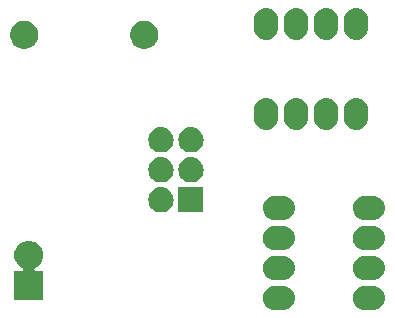
<source format=gbr>
G04 #@! TF.GenerationSoftware,KiCad,Pcbnew,(5.0.1)-4*
G04 #@! TF.CreationDate,2018-11-29T17:47:57-05:00*
G04 #@! TF.ProjectId,MagSpoofTC,4D616753706F6F6654432E6B69636164,1.0*
G04 #@! TF.SameCoordinates,Original*
G04 #@! TF.FileFunction,Soldermask,Bot*
G04 #@! TF.FilePolarity,Negative*
%FSLAX46Y46*%
G04 Gerber Fmt 4.6, Leading zero omitted, Abs format (unit mm)*
G04 Created by KiCad (PCBNEW (5.0.1)-4) date 11/29/2018 5:47:57 PM*
%MOMM*%
%LPD*%
G01*
G04 APERTURE LIST*
%ADD10C,0.100000*%
G04 APERTURE END LIST*
D10*
G36*
X135946030Y-104104469D02*
X135946033Y-104104470D01*
X135946034Y-104104470D01*
X136134535Y-104161651D01*
X136134537Y-104161652D01*
X136308260Y-104254509D01*
X136460528Y-104379472D01*
X136585491Y-104531740D01*
X136678348Y-104705463D01*
X136735531Y-104893970D01*
X136754838Y-105090000D01*
X136735531Y-105286030D01*
X136678348Y-105474537D01*
X136585491Y-105648260D01*
X136460528Y-105800528D01*
X136308260Y-105925491D01*
X136308258Y-105925492D01*
X136134535Y-106018349D01*
X135946034Y-106075530D01*
X135946033Y-106075530D01*
X135946030Y-106075531D01*
X135799124Y-106090000D01*
X135000876Y-106090000D01*
X134853970Y-106075531D01*
X134853967Y-106075530D01*
X134853966Y-106075530D01*
X134665465Y-106018349D01*
X134491742Y-105925492D01*
X134491740Y-105925491D01*
X134339472Y-105800528D01*
X134214509Y-105648260D01*
X134121652Y-105474537D01*
X134064469Y-105286030D01*
X134045162Y-105090000D01*
X134064469Y-104893970D01*
X134121652Y-104705463D01*
X134214509Y-104531740D01*
X134339472Y-104379472D01*
X134491740Y-104254509D01*
X134665463Y-104161652D01*
X134665465Y-104161651D01*
X134853966Y-104104470D01*
X134853967Y-104104470D01*
X134853970Y-104104469D01*
X135000876Y-104090000D01*
X135799124Y-104090000D01*
X135946030Y-104104469D01*
X135946030Y-104104469D01*
G37*
G36*
X128326030Y-104104469D02*
X128326033Y-104104470D01*
X128326034Y-104104470D01*
X128514535Y-104161651D01*
X128514537Y-104161652D01*
X128688260Y-104254509D01*
X128840528Y-104379472D01*
X128965491Y-104531740D01*
X129058348Y-104705463D01*
X129115531Y-104893970D01*
X129134838Y-105090000D01*
X129115531Y-105286030D01*
X129058348Y-105474537D01*
X128965491Y-105648260D01*
X128840528Y-105800528D01*
X128688260Y-105925491D01*
X128688258Y-105925492D01*
X128514535Y-106018349D01*
X128326034Y-106075530D01*
X128326033Y-106075530D01*
X128326030Y-106075531D01*
X128179124Y-106090000D01*
X127380876Y-106090000D01*
X127233970Y-106075531D01*
X127233967Y-106075530D01*
X127233966Y-106075530D01*
X127045465Y-106018349D01*
X126871742Y-105925492D01*
X126871740Y-105925491D01*
X126719472Y-105800528D01*
X126594509Y-105648260D01*
X126501652Y-105474537D01*
X126444469Y-105286030D01*
X126425162Y-105090000D01*
X126444469Y-104893970D01*
X126501652Y-104705463D01*
X126594509Y-104531740D01*
X126719472Y-104379472D01*
X126871740Y-104254509D01*
X127045463Y-104161652D01*
X127045465Y-104161651D01*
X127233966Y-104104470D01*
X127233967Y-104104470D01*
X127233970Y-104104469D01*
X127380876Y-104090000D01*
X128179124Y-104090000D01*
X128326030Y-104104469D01*
X128326030Y-104104469D01*
G37*
G36*
X106719281Y-100249865D02*
X106838378Y-100261595D01*
X106991189Y-100307950D01*
X107067595Y-100331127D01*
X107124052Y-100361304D01*
X107278842Y-100444041D01*
X107464002Y-100595998D01*
X107615959Y-100781158D01*
X107698696Y-100935948D01*
X107728873Y-100992405D01*
X107728873Y-100992406D01*
X107798405Y-101221622D01*
X107821883Y-101460000D01*
X107798405Y-101698378D01*
X107755605Y-101839472D01*
X107728873Y-101927595D01*
X107698696Y-101984052D01*
X107615959Y-102138842D01*
X107464002Y-102324002D01*
X107278842Y-102475959D01*
X107142640Y-102548760D01*
X107122266Y-102562374D01*
X107104939Y-102579701D01*
X107091325Y-102600076D01*
X107081947Y-102622715D01*
X107077167Y-102646748D01*
X107077167Y-102671252D01*
X107081948Y-102695286D01*
X107091325Y-102717925D01*
X107104939Y-102738299D01*
X107122266Y-102755626D01*
X107142641Y-102769240D01*
X107165280Y-102778618D01*
X107201565Y-102784000D01*
X107816000Y-102784000D01*
X107816000Y-105216000D01*
X105384000Y-105216000D01*
X105384000Y-102784000D01*
X105998435Y-102784000D01*
X106022821Y-102781598D01*
X106046270Y-102774485D01*
X106067881Y-102762934D01*
X106086823Y-102747388D01*
X106102369Y-102728446D01*
X106113920Y-102706835D01*
X106121033Y-102683386D01*
X106123435Y-102659000D01*
X106121033Y-102634614D01*
X106113920Y-102611165D01*
X106102369Y-102589554D01*
X106086823Y-102570612D01*
X106057360Y-102548760D01*
X105921158Y-102475959D01*
X105735998Y-102324002D01*
X105584041Y-102138842D01*
X105501304Y-101984052D01*
X105471127Y-101927595D01*
X105444395Y-101839472D01*
X105401595Y-101698378D01*
X105378117Y-101460000D01*
X105401595Y-101221622D01*
X105471127Y-100992406D01*
X105471127Y-100992405D01*
X105501304Y-100935948D01*
X105584041Y-100781158D01*
X105735998Y-100595998D01*
X105921158Y-100444041D01*
X106075948Y-100361304D01*
X106132405Y-100331127D01*
X106208811Y-100307950D01*
X106361622Y-100261595D01*
X106480719Y-100249865D01*
X106540267Y-100244000D01*
X106659733Y-100244000D01*
X106719281Y-100249865D01*
X106719281Y-100249865D01*
G37*
G36*
X128326030Y-101564469D02*
X128326033Y-101564470D01*
X128326034Y-101564470D01*
X128514535Y-101621651D01*
X128514537Y-101621652D01*
X128688260Y-101714509D01*
X128840528Y-101839472D01*
X128965491Y-101991740D01*
X128965492Y-101991742D01*
X129058349Y-102165465D01*
X129115530Y-102353966D01*
X129115531Y-102353970D01*
X129134838Y-102550000D01*
X129115531Y-102746030D01*
X129115530Y-102746033D01*
X129115530Y-102746034D01*
X129106900Y-102774485D01*
X129058348Y-102934537D01*
X128965491Y-103108260D01*
X128840528Y-103260528D01*
X128688260Y-103385491D01*
X128688258Y-103385492D01*
X128514535Y-103478349D01*
X128326034Y-103535530D01*
X128326033Y-103535530D01*
X128326030Y-103535531D01*
X128179124Y-103550000D01*
X127380876Y-103550000D01*
X127233970Y-103535531D01*
X127233967Y-103535530D01*
X127233966Y-103535530D01*
X127045465Y-103478349D01*
X126871742Y-103385492D01*
X126871740Y-103385491D01*
X126719472Y-103260528D01*
X126594509Y-103108260D01*
X126501652Y-102934537D01*
X126453101Y-102774485D01*
X126444470Y-102746034D01*
X126444470Y-102746033D01*
X126444469Y-102746030D01*
X126425162Y-102550000D01*
X126444469Y-102353970D01*
X126444470Y-102353966D01*
X126501651Y-102165465D01*
X126594508Y-101991742D01*
X126594509Y-101991740D01*
X126719472Y-101839472D01*
X126871740Y-101714509D01*
X127045463Y-101621652D01*
X127045465Y-101621651D01*
X127233966Y-101564470D01*
X127233967Y-101564470D01*
X127233970Y-101564469D01*
X127380876Y-101550000D01*
X128179124Y-101550000D01*
X128326030Y-101564469D01*
X128326030Y-101564469D01*
G37*
G36*
X135946030Y-101564469D02*
X135946033Y-101564470D01*
X135946034Y-101564470D01*
X136134535Y-101621651D01*
X136134537Y-101621652D01*
X136308260Y-101714509D01*
X136460528Y-101839472D01*
X136585491Y-101991740D01*
X136585492Y-101991742D01*
X136678349Y-102165465D01*
X136735530Y-102353966D01*
X136735531Y-102353970D01*
X136754838Y-102550000D01*
X136735531Y-102746030D01*
X136735530Y-102746033D01*
X136735530Y-102746034D01*
X136726900Y-102774485D01*
X136678348Y-102934537D01*
X136585491Y-103108260D01*
X136460528Y-103260528D01*
X136308260Y-103385491D01*
X136308258Y-103385492D01*
X136134535Y-103478349D01*
X135946034Y-103535530D01*
X135946033Y-103535530D01*
X135946030Y-103535531D01*
X135799124Y-103550000D01*
X135000876Y-103550000D01*
X134853970Y-103535531D01*
X134853967Y-103535530D01*
X134853966Y-103535530D01*
X134665465Y-103478349D01*
X134491742Y-103385492D01*
X134491740Y-103385491D01*
X134339472Y-103260528D01*
X134214509Y-103108260D01*
X134121652Y-102934537D01*
X134073101Y-102774485D01*
X134064470Y-102746034D01*
X134064470Y-102746033D01*
X134064469Y-102746030D01*
X134045162Y-102550000D01*
X134064469Y-102353970D01*
X134064470Y-102353966D01*
X134121651Y-102165465D01*
X134214508Y-101991742D01*
X134214509Y-101991740D01*
X134339472Y-101839472D01*
X134491740Y-101714509D01*
X134665463Y-101621652D01*
X134665465Y-101621651D01*
X134853966Y-101564470D01*
X134853967Y-101564470D01*
X134853970Y-101564469D01*
X135000876Y-101550000D01*
X135799124Y-101550000D01*
X135946030Y-101564469D01*
X135946030Y-101564469D01*
G37*
G36*
X128326030Y-99024469D02*
X128326033Y-99024470D01*
X128326034Y-99024470D01*
X128514535Y-99081651D01*
X128514537Y-99081652D01*
X128688260Y-99174509D01*
X128840528Y-99299472D01*
X128965491Y-99451740D01*
X129058348Y-99625463D01*
X129115531Y-99813970D01*
X129134838Y-100010000D01*
X129115531Y-100206030D01*
X129115530Y-100206033D01*
X129115530Y-100206034D01*
X129077584Y-100331127D01*
X129058348Y-100394537D01*
X128965491Y-100568260D01*
X128840528Y-100720528D01*
X128688260Y-100845491D01*
X128688258Y-100845492D01*
X128514535Y-100938349D01*
X128326034Y-100995530D01*
X128326033Y-100995530D01*
X128326030Y-100995531D01*
X128179124Y-101010000D01*
X127380876Y-101010000D01*
X127233970Y-100995531D01*
X127233967Y-100995530D01*
X127233966Y-100995530D01*
X127045465Y-100938349D01*
X126871742Y-100845492D01*
X126871740Y-100845491D01*
X126719472Y-100720528D01*
X126594509Y-100568260D01*
X126501652Y-100394537D01*
X126482417Y-100331127D01*
X126444470Y-100206034D01*
X126444470Y-100206033D01*
X126444469Y-100206030D01*
X126425162Y-100010000D01*
X126444469Y-99813970D01*
X126501652Y-99625463D01*
X126594509Y-99451740D01*
X126719472Y-99299472D01*
X126871740Y-99174509D01*
X127045463Y-99081652D01*
X127045465Y-99081651D01*
X127233966Y-99024470D01*
X127233967Y-99024470D01*
X127233970Y-99024469D01*
X127380876Y-99010000D01*
X128179124Y-99010000D01*
X128326030Y-99024469D01*
X128326030Y-99024469D01*
G37*
G36*
X135946030Y-99024469D02*
X135946033Y-99024470D01*
X135946034Y-99024470D01*
X136134535Y-99081651D01*
X136134537Y-99081652D01*
X136308260Y-99174509D01*
X136460528Y-99299472D01*
X136585491Y-99451740D01*
X136678348Y-99625463D01*
X136735531Y-99813970D01*
X136754838Y-100010000D01*
X136735531Y-100206030D01*
X136735530Y-100206033D01*
X136735530Y-100206034D01*
X136697584Y-100331127D01*
X136678348Y-100394537D01*
X136585491Y-100568260D01*
X136460528Y-100720528D01*
X136308260Y-100845491D01*
X136308258Y-100845492D01*
X136134535Y-100938349D01*
X135946034Y-100995530D01*
X135946033Y-100995530D01*
X135946030Y-100995531D01*
X135799124Y-101010000D01*
X135000876Y-101010000D01*
X134853970Y-100995531D01*
X134853967Y-100995530D01*
X134853966Y-100995530D01*
X134665465Y-100938349D01*
X134491742Y-100845492D01*
X134491740Y-100845491D01*
X134339472Y-100720528D01*
X134214509Y-100568260D01*
X134121652Y-100394537D01*
X134102417Y-100331127D01*
X134064470Y-100206034D01*
X134064470Y-100206033D01*
X134064469Y-100206030D01*
X134045162Y-100010000D01*
X134064469Y-99813970D01*
X134121652Y-99625463D01*
X134214509Y-99451740D01*
X134339472Y-99299472D01*
X134491740Y-99174509D01*
X134665463Y-99081652D01*
X134665465Y-99081651D01*
X134853966Y-99024470D01*
X134853967Y-99024470D01*
X134853970Y-99024469D01*
X135000876Y-99010000D01*
X135799124Y-99010000D01*
X135946030Y-99024469D01*
X135946030Y-99024469D01*
G37*
G36*
X128326030Y-96484469D02*
X128326033Y-96484470D01*
X128326034Y-96484470D01*
X128514535Y-96541651D01*
X128514537Y-96541652D01*
X128688260Y-96634509D01*
X128840528Y-96759472D01*
X128965491Y-96911740D01*
X129058348Y-97085463D01*
X129115531Y-97273970D01*
X129134838Y-97470000D01*
X129115531Y-97666030D01*
X129115530Y-97666033D01*
X129115530Y-97666034D01*
X129066335Y-97828210D01*
X129058348Y-97854537D01*
X128965491Y-98028260D01*
X128840528Y-98180528D01*
X128688260Y-98305491D01*
X128688258Y-98305492D01*
X128514535Y-98398349D01*
X128326034Y-98455530D01*
X128326033Y-98455530D01*
X128326030Y-98455531D01*
X128179124Y-98470000D01*
X127380876Y-98470000D01*
X127233970Y-98455531D01*
X127233967Y-98455530D01*
X127233966Y-98455530D01*
X127045465Y-98398349D01*
X126871742Y-98305492D01*
X126871740Y-98305491D01*
X126719472Y-98180528D01*
X126594509Y-98028260D01*
X126501652Y-97854537D01*
X126493666Y-97828210D01*
X126444470Y-97666034D01*
X126444470Y-97666033D01*
X126444469Y-97666030D01*
X126425162Y-97470000D01*
X126444469Y-97273970D01*
X126501652Y-97085463D01*
X126594509Y-96911740D01*
X126719472Y-96759472D01*
X126871740Y-96634509D01*
X127045463Y-96541652D01*
X127045465Y-96541651D01*
X127233966Y-96484470D01*
X127233967Y-96484470D01*
X127233970Y-96484469D01*
X127380876Y-96470000D01*
X128179124Y-96470000D01*
X128326030Y-96484469D01*
X128326030Y-96484469D01*
G37*
G36*
X135946030Y-96484469D02*
X135946033Y-96484470D01*
X135946034Y-96484470D01*
X136134535Y-96541651D01*
X136134537Y-96541652D01*
X136308260Y-96634509D01*
X136460528Y-96759472D01*
X136585491Y-96911740D01*
X136678348Y-97085463D01*
X136735531Y-97273970D01*
X136754838Y-97470000D01*
X136735531Y-97666030D01*
X136735530Y-97666033D01*
X136735530Y-97666034D01*
X136686335Y-97828210D01*
X136678348Y-97854537D01*
X136585491Y-98028260D01*
X136460528Y-98180528D01*
X136308260Y-98305491D01*
X136308258Y-98305492D01*
X136134535Y-98398349D01*
X135946034Y-98455530D01*
X135946033Y-98455530D01*
X135946030Y-98455531D01*
X135799124Y-98470000D01*
X135000876Y-98470000D01*
X134853970Y-98455531D01*
X134853967Y-98455530D01*
X134853966Y-98455530D01*
X134665465Y-98398349D01*
X134491742Y-98305492D01*
X134491740Y-98305491D01*
X134339472Y-98180528D01*
X134214509Y-98028260D01*
X134121652Y-97854537D01*
X134113666Y-97828210D01*
X134064470Y-97666034D01*
X134064470Y-97666033D01*
X134064469Y-97666030D01*
X134045162Y-97470000D01*
X134064469Y-97273970D01*
X134121652Y-97085463D01*
X134214509Y-96911740D01*
X134339472Y-96759472D01*
X134491740Y-96634509D01*
X134665463Y-96541652D01*
X134665465Y-96541651D01*
X134853966Y-96484470D01*
X134853967Y-96484470D01*
X134853970Y-96484469D01*
X135000876Y-96470000D01*
X135799124Y-96470000D01*
X135946030Y-96484469D01*
X135946030Y-96484469D01*
G37*
G36*
X118008503Y-95731789D02*
X118208991Y-95792607D01*
X118393764Y-95891369D01*
X118555718Y-96024282D01*
X118688631Y-96186236D01*
X118787393Y-96371009D01*
X118848211Y-96571497D01*
X118868746Y-96780000D01*
X118848211Y-96988503D01*
X118787393Y-97188991D01*
X118688631Y-97373764D01*
X118555718Y-97535718D01*
X118393764Y-97668631D01*
X118208991Y-97767393D01*
X118008503Y-97828211D01*
X117852251Y-97843600D01*
X117747749Y-97843600D01*
X117591497Y-97828211D01*
X117391009Y-97767393D01*
X117206236Y-97668631D01*
X117044282Y-97535718D01*
X116911369Y-97373764D01*
X116812607Y-97188991D01*
X116751789Y-96988503D01*
X116731254Y-96780000D01*
X116751789Y-96571497D01*
X116812607Y-96371009D01*
X116911369Y-96186236D01*
X117044282Y-96024282D01*
X117206236Y-95891369D01*
X117391009Y-95792607D01*
X117591497Y-95731789D01*
X117747749Y-95716400D01*
X117852251Y-95716400D01*
X118008503Y-95731789D01*
X118008503Y-95731789D01*
G37*
G36*
X121403600Y-97843600D02*
X119276400Y-97843600D01*
X119276400Y-95716400D01*
X121403600Y-95716400D01*
X121403600Y-97843600D01*
X121403600Y-97843600D01*
G37*
G36*
X118008503Y-93191789D02*
X118208991Y-93252607D01*
X118393764Y-93351369D01*
X118555718Y-93484282D01*
X118688631Y-93646236D01*
X118787393Y-93831009D01*
X118848211Y-94031497D01*
X118868746Y-94240000D01*
X118848211Y-94448503D01*
X118787393Y-94648991D01*
X118688631Y-94833764D01*
X118555718Y-94995718D01*
X118393764Y-95128631D01*
X118208991Y-95227393D01*
X118008503Y-95288211D01*
X117852251Y-95303600D01*
X117747749Y-95303600D01*
X117591497Y-95288211D01*
X117391009Y-95227393D01*
X117206236Y-95128631D01*
X117044282Y-94995718D01*
X116911369Y-94833764D01*
X116812607Y-94648991D01*
X116751789Y-94448503D01*
X116731254Y-94240000D01*
X116751789Y-94031497D01*
X116812607Y-93831009D01*
X116911369Y-93646236D01*
X117044282Y-93484282D01*
X117206236Y-93351369D01*
X117391009Y-93252607D01*
X117591497Y-93191789D01*
X117747749Y-93176400D01*
X117852251Y-93176400D01*
X118008503Y-93191789D01*
X118008503Y-93191789D01*
G37*
G36*
X120548503Y-93191789D02*
X120748991Y-93252607D01*
X120933764Y-93351369D01*
X121095718Y-93484282D01*
X121228631Y-93646236D01*
X121327393Y-93831009D01*
X121388211Y-94031497D01*
X121408746Y-94240000D01*
X121388211Y-94448503D01*
X121327393Y-94648991D01*
X121228631Y-94833764D01*
X121095718Y-94995718D01*
X120933764Y-95128631D01*
X120748991Y-95227393D01*
X120548503Y-95288211D01*
X120392251Y-95303600D01*
X120287749Y-95303600D01*
X120131497Y-95288211D01*
X119931009Y-95227393D01*
X119746236Y-95128631D01*
X119584282Y-94995718D01*
X119451369Y-94833764D01*
X119352607Y-94648991D01*
X119291789Y-94448503D01*
X119271254Y-94240000D01*
X119291789Y-94031497D01*
X119352607Y-93831009D01*
X119451369Y-93646236D01*
X119584282Y-93484282D01*
X119746236Y-93351369D01*
X119931009Y-93252607D01*
X120131497Y-93191789D01*
X120287749Y-93176400D01*
X120392251Y-93176400D01*
X120548503Y-93191789D01*
X120548503Y-93191789D01*
G37*
G36*
X120548503Y-90651789D02*
X120748991Y-90712607D01*
X120933764Y-90811369D01*
X121095718Y-90944282D01*
X121228631Y-91106236D01*
X121327393Y-91291009D01*
X121388211Y-91491497D01*
X121408746Y-91700000D01*
X121388211Y-91908503D01*
X121327393Y-92108991D01*
X121228631Y-92293764D01*
X121095718Y-92455718D01*
X120933764Y-92588631D01*
X120748991Y-92687393D01*
X120548503Y-92748211D01*
X120392251Y-92763600D01*
X120287749Y-92763600D01*
X120131497Y-92748211D01*
X119931009Y-92687393D01*
X119746236Y-92588631D01*
X119584282Y-92455718D01*
X119451369Y-92293764D01*
X119352607Y-92108991D01*
X119291789Y-91908503D01*
X119271254Y-91700000D01*
X119291789Y-91491497D01*
X119352607Y-91291009D01*
X119451369Y-91106236D01*
X119584282Y-90944282D01*
X119746236Y-90811369D01*
X119931009Y-90712607D01*
X120131497Y-90651789D01*
X120287749Y-90636400D01*
X120392251Y-90636400D01*
X120548503Y-90651789D01*
X120548503Y-90651789D01*
G37*
G36*
X118008503Y-90651789D02*
X118208991Y-90712607D01*
X118393764Y-90811369D01*
X118555718Y-90944282D01*
X118688631Y-91106236D01*
X118787393Y-91291009D01*
X118848211Y-91491497D01*
X118868746Y-91700000D01*
X118848211Y-91908503D01*
X118787393Y-92108991D01*
X118688631Y-92293764D01*
X118555718Y-92455718D01*
X118393764Y-92588631D01*
X118208991Y-92687393D01*
X118008503Y-92748211D01*
X117852251Y-92763600D01*
X117747749Y-92763600D01*
X117591497Y-92748211D01*
X117391009Y-92687393D01*
X117206236Y-92588631D01*
X117044282Y-92455718D01*
X116911369Y-92293764D01*
X116812607Y-92108991D01*
X116751789Y-91908503D01*
X116731254Y-91700000D01*
X116751789Y-91491497D01*
X116812607Y-91291009D01*
X116911369Y-91106236D01*
X117044282Y-90944282D01*
X117206236Y-90811369D01*
X117391009Y-90712607D01*
X117591497Y-90651789D01*
X117747749Y-90636400D01*
X117852251Y-90636400D01*
X118008503Y-90651789D01*
X118008503Y-90651789D01*
G37*
G36*
X126896029Y-88164469D02*
X126896032Y-88164470D01*
X126896033Y-88164470D01*
X127084534Y-88221651D01*
X127084536Y-88221652D01*
X127084539Y-88221653D01*
X127258258Y-88314507D01*
X127410528Y-88439472D01*
X127535491Y-88591740D01*
X127628348Y-88765463D01*
X127685531Y-88953970D01*
X127700000Y-89100876D01*
X127700000Y-89899123D01*
X127685531Y-90046031D01*
X127628349Y-90234536D01*
X127535491Y-90408260D01*
X127410528Y-90560528D01*
X127258260Y-90685491D01*
X127084537Y-90778348D01*
X127084535Y-90778349D01*
X126896034Y-90835530D01*
X126896033Y-90835530D01*
X126896030Y-90835531D01*
X126700000Y-90854838D01*
X126503971Y-90835531D01*
X126503968Y-90835530D01*
X126503967Y-90835530D01*
X126315466Y-90778349D01*
X126315464Y-90778348D01*
X126141741Y-90685491D01*
X125989473Y-90560528D01*
X125864510Y-90408260D01*
X125771651Y-90234533D01*
X125714469Y-90046035D01*
X125700000Y-89899124D01*
X125700000Y-89100877D01*
X125714469Y-88953971D01*
X125714470Y-88953967D01*
X125771651Y-88765466D01*
X125771652Y-88765464D01*
X125771653Y-88765461D01*
X125864507Y-88591742D01*
X125989472Y-88439472D01*
X126141740Y-88314509D01*
X126315463Y-88221652D01*
X126315465Y-88221651D01*
X126503966Y-88164470D01*
X126503967Y-88164470D01*
X126503970Y-88164469D01*
X126700000Y-88145162D01*
X126896029Y-88164469D01*
X126896029Y-88164469D01*
G37*
G36*
X134516029Y-88164469D02*
X134516032Y-88164470D01*
X134516033Y-88164470D01*
X134704534Y-88221651D01*
X134704536Y-88221652D01*
X134704539Y-88221653D01*
X134878258Y-88314507D01*
X135030528Y-88439472D01*
X135155491Y-88591740D01*
X135248348Y-88765463D01*
X135305531Y-88953970D01*
X135320000Y-89100876D01*
X135320000Y-89899123D01*
X135305531Y-90046031D01*
X135248349Y-90234536D01*
X135155491Y-90408260D01*
X135030528Y-90560528D01*
X134878260Y-90685491D01*
X134704537Y-90778348D01*
X134704535Y-90778349D01*
X134516034Y-90835530D01*
X134516033Y-90835530D01*
X134516030Y-90835531D01*
X134320000Y-90854838D01*
X134123971Y-90835531D01*
X134123968Y-90835530D01*
X134123967Y-90835530D01*
X133935466Y-90778349D01*
X133935464Y-90778348D01*
X133761741Y-90685491D01*
X133609473Y-90560528D01*
X133484510Y-90408260D01*
X133391651Y-90234533D01*
X133334469Y-90046035D01*
X133320000Y-89899124D01*
X133320000Y-89100877D01*
X133334469Y-88953971D01*
X133334470Y-88953967D01*
X133391651Y-88765466D01*
X133391652Y-88765464D01*
X133391653Y-88765461D01*
X133484507Y-88591742D01*
X133609472Y-88439472D01*
X133761740Y-88314509D01*
X133935463Y-88221652D01*
X133935465Y-88221651D01*
X134123966Y-88164470D01*
X134123967Y-88164470D01*
X134123970Y-88164469D01*
X134320000Y-88145162D01*
X134516029Y-88164469D01*
X134516029Y-88164469D01*
G37*
G36*
X131976029Y-88164469D02*
X131976032Y-88164470D01*
X131976033Y-88164470D01*
X132164534Y-88221651D01*
X132164536Y-88221652D01*
X132164539Y-88221653D01*
X132338258Y-88314507D01*
X132490528Y-88439472D01*
X132615491Y-88591740D01*
X132708348Y-88765463D01*
X132765531Y-88953970D01*
X132780000Y-89100876D01*
X132780000Y-89899123D01*
X132765531Y-90046031D01*
X132708349Y-90234536D01*
X132615491Y-90408260D01*
X132490528Y-90560528D01*
X132338260Y-90685491D01*
X132164537Y-90778348D01*
X132164535Y-90778349D01*
X131976034Y-90835530D01*
X131976033Y-90835530D01*
X131976030Y-90835531D01*
X131780000Y-90854838D01*
X131583971Y-90835531D01*
X131583968Y-90835530D01*
X131583967Y-90835530D01*
X131395466Y-90778349D01*
X131395464Y-90778348D01*
X131221741Y-90685491D01*
X131069473Y-90560528D01*
X130944510Y-90408260D01*
X130851651Y-90234533D01*
X130794469Y-90046035D01*
X130780000Y-89899124D01*
X130780000Y-89100877D01*
X130794469Y-88953971D01*
X130794470Y-88953967D01*
X130851651Y-88765466D01*
X130851652Y-88765464D01*
X130851653Y-88765461D01*
X130944507Y-88591742D01*
X131069472Y-88439472D01*
X131221740Y-88314509D01*
X131395463Y-88221652D01*
X131395465Y-88221651D01*
X131583966Y-88164470D01*
X131583967Y-88164470D01*
X131583970Y-88164469D01*
X131780000Y-88145162D01*
X131976029Y-88164469D01*
X131976029Y-88164469D01*
G37*
G36*
X129436029Y-88164469D02*
X129436032Y-88164470D01*
X129436033Y-88164470D01*
X129624534Y-88221651D01*
X129624536Y-88221652D01*
X129624539Y-88221653D01*
X129798258Y-88314507D01*
X129950528Y-88439472D01*
X130075491Y-88591740D01*
X130168348Y-88765463D01*
X130225531Y-88953970D01*
X130240000Y-89100876D01*
X130240000Y-89899123D01*
X130225531Y-90046031D01*
X130168349Y-90234536D01*
X130075491Y-90408260D01*
X129950528Y-90560528D01*
X129798260Y-90685491D01*
X129624537Y-90778348D01*
X129624535Y-90778349D01*
X129436034Y-90835530D01*
X129436033Y-90835530D01*
X129436030Y-90835531D01*
X129240000Y-90854838D01*
X129043971Y-90835531D01*
X129043968Y-90835530D01*
X129043967Y-90835530D01*
X128855466Y-90778349D01*
X128855464Y-90778348D01*
X128681741Y-90685491D01*
X128529473Y-90560528D01*
X128404510Y-90408260D01*
X128311651Y-90234533D01*
X128254469Y-90046035D01*
X128240000Y-89899124D01*
X128240000Y-89100877D01*
X128254469Y-88953971D01*
X128254470Y-88953967D01*
X128311651Y-88765466D01*
X128311652Y-88765464D01*
X128311653Y-88765461D01*
X128404507Y-88591742D01*
X128529472Y-88439472D01*
X128681740Y-88314509D01*
X128855463Y-88221652D01*
X128855465Y-88221651D01*
X129043966Y-88164470D01*
X129043967Y-88164470D01*
X129043970Y-88164469D01*
X129240000Y-88145162D01*
X129436029Y-88164469D01*
X129436029Y-88164469D01*
G37*
G36*
X116729876Y-81646605D02*
X116948172Y-81737026D01*
X117144633Y-81868297D01*
X117311703Y-82035367D01*
X117442974Y-82231828D01*
X117533395Y-82450124D01*
X117579490Y-82681859D01*
X117579490Y-82918141D01*
X117533395Y-83149876D01*
X117442974Y-83368172D01*
X117311703Y-83564633D01*
X117144633Y-83731703D01*
X116948172Y-83862974D01*
X116729876Y-83953395D01*
X116498141Y-83999490D01*
X116261859Y-83999490D01*
X116030124Y-83953395D01*
X115811828Y-83862974D01*
X115615367Y-83731703D01*
X115448297Y-83564633D01*
X115317026Y-83368172D01*
X115226605Y-83149876D01*
X115180510Y-82918141D01*
X115180510Y-82681859D01*
X115226605Y-82450124D01*
X115317026Y-82231828D01*
X115448297Y-82035367D01*
X115615367Y-81868297D01*
X115811828Y-81737026D01*
X116030124Y-81646605D01*
X116261859Y-81600510D01*
X116498141Y-81600510D01*
X116729876Y-81646605D01*
X116729876Y-81646605D01*
G37*
G36*
X106569876Y-81646605D02*
X106788172Y-81737026D01*
X106984633Y-81868297D01*
X107151703Y-82035367D01*
X107282974Y-82231828D01*
X107373395Y-82450124D01*
X107419490Y-82681859D01*
X107419490Y-82918141D01*
X107373395Y-83149876D01*
X107282974Y-83368172D01*
X107151703Y-83564633D01*
X106984633Y-83731703D01*
X106788172Y-83862974D01*
X106569876Y-83953395D01*
X106338141Y-83999490D01*
X106101859Y-83999490D01*
X105870124Y-83953395D01*
X105651828Y-83862974D01*
X105455367Y-83731703D01*
X105288297Y-83564633D01*
X105157026Y-83368172D01*
X105066605Y-83149876D01*
X105020510Y-82918141D01*
X105020510Y-82681859D01*
X105066605Y-82450124D01*
X105157026Y-82231828D01*
X105288297Y-82035367D01*
X105455367Y-81868297D01*
X105651828Y-81737026D01*
X105870124Y-81646605D01*
X106101859Y-81600510D01*
X106338141Y-81600510D01*
X106569876Y-81646605D01*
X106569876Y-81646605D01*
G37*
G36*
X126896029Y-80544469D02*
X126896032Y-80544470D01*
X126896033Y-80544470D01*
X127084534Y-80601651D01*
X127084536Y-80601652D01*
X127084539Y-80601653D01*
X127258258Y-80694507D01*
X127410528Y-80819472D01*
X127535491Y-80971740D01*
X127628348Y-81145463D01*
X127685531Y-81333970D01*
X127700000Y-81480876D01*
X127700000Y-82279123D01*
X127685531Y-82426031D01*
X127628349Y-82614536D01*
X127535491Y-82788260D01*
X127410528Y-82940528D01*
X127258260Y-83065491D01*
X127258258Y-83065492D01*
X127084535Y-83158349D01*
X126896034Y-83215530D01*
X126896033Y-83215530D01*
X126896030Y-83215531D01*
X126700000Y-83234838D01*
X126503971Y-83215531D01*
X126503968Y-83215530D01*
X126503967Y-83215530D01*
X126315466Y-83158349D01*
X126141743Y-83065492D01*
X126141741Y-83065491D01*
X125989473Y-82940528D01*
X125864510Y-82788260D01*
X125771651Y-82614533D01*
X125714469Y-82426035D01*
X125700000Y-82279124D01*
X125700000Y-81480877D01*
X125714469Y-81333971D01*
X125714470Y-81333967D01*
X125771651Y-81145466D01*
X125771652Y-81145464D01*
X125771653Y-81145461D01*
X125864507Y-80971742D01*
X125989472Y-80819472D01*
X126141740Y-80694509D01*
X126315463Y-80601652D01*
X126315465Y-80601651D01*
X126503966Y-80544470D01*
X126503967Y-80544470D01*
X126503970Y-80544469D01*
X126700000Y-80525162D01*
X126896029Y-80544469D01*
X126896029Y-80544469D01*
G37*
G36*
X134516029Y-80544469D02*
X134516032Y-80544470D01*
X134516033Y-80544470D01*
X134704534Y-80601651D01*
X134704536Y-80601652D01*
X134704539Y-80601653D01*
X134878258Y-80694507D01*
X135030528Y-80819472D01*
X135155491Y-80971740D01*
X135248348Y-81145463D01*
X135305531Y-81333970D01*
X135320000Y-81480876D01*
X135320000Y-82279123D01*
X135305531Y-82426031D01*
X135248349Y-82614536D01*
X135155491Y-82788260D01*
X135030528Y-82940528D01*
X134878260Y-83065491D01*
X134878258Y-83065492D01*
X134704535Y-83158349D01*
X134516034Y-83215530D01*
X134516033Y-83215530D01*
X134516030Y-83215531D01*
X134320000Y-83234838D01*
X134123971Y-83215531D01*
X134123968Y-83215530D01*
X134123967Y-83215530D01*
X133935466Y-83158349D01*
X133761743Y-83065492D01*
X133761741Y-83065491D01*
X133609473Y-82940528D01*
X133484510Y-82788260D01*
X133391651Y-82614533D01*
X133334469Y-82426035D01*
X133320000Y-82279124D01*
X133320000Y-81480877D01*
X133334469Y-81333971D01*
X133334470Y-81333967D01*
X133391651Y-81145466D01*
X133391652Y-81145464D01*
X133391653Y-81145461D01*
X133484507Y-80971742D01*
X133609472Y-80819472D01*
X133761740Y-80694509D01*
X133935463Y-80601652D01*
X133935465Y-80601651D01*
X134123966Y-80544470D01*
X134123967Y-80544470D01*
X134123970Y-80544469D01*
X134320000Y-80525162D01*
X134516029Y-80544469D01*
X134516029Y-80544469D01*
G37*
G36*
X129436029Y-80544469D02*
X129436032Y-80544470D01*
X129436033Y-80544470D01*
X129624534Y-80601651D01*
X129624536Y-80601652D01*
X129624539Y-80601653D01*
X129798258Y-80694507D01*
X129950528Y-80819472D01*
X130075491Y-80971740D01*
X130168348Y-81145463D01*
X130225531Y-81333970D01*
X130240000Y-81480876D01*
X130240000Y-82279123D01*
X130225531Y-82426031D01*
X130168349Y-82614536D01*
X130075491Y-82788260D01*
X129950528Y-82940528D01*
X129798260Y-83065491D01*
X129798258Y-83065492D01*
X129624535Y-83158349D01*
X129436034Y-83215530D01*
X129436033Y-83215530D01*
X129436030Y-83215531D01*
X129240000Y-83234838D01*
X129043971Y-83215531D01*
X129043968Y-83215530D01*
X129043967Y-83215530D01*
X128855466Y-83158349D01*
X128681743Y-83065492D01*
X128681741Y-83065491D01*
X128529473Y-82940528D01*
X128404510Y-82788260D01*
X128311651Y-82614533D01*
X128254469Y-82426035D01*
X128240000Y-82279124D01*
X128240000Y-81480877D01*
X128254469Y-81333971D01*
X128254470Y-81333967D01*
X128311651Y-81145466D01*
X128311652Y-81145464D01*
X128311653Y-81145461D01*
X128404507Y-80971742D01*
X128529472Y-80819472D01*
X128681740Y-80694509D01*
X128855463Y-80601652D01*
X128855465Y-80601651D01*
X129043966Y-80544470D01*
X129043967Y-80544470D01*
X129043970Y-80544469D01*
X129240000Y-80525162D01*
X129436029Y-80544469D01*
X129436029Y-80544469D01*
G37*
G36*
X131976029Y-80544469D02*
X131976032Y-80544470D01*
X131976033Y-80544470D01*
X132164534Y-80601651D01*
X132164536Y-80601652D01*
X132164539Y-80601653D01*
X132338258Y-80694507D01*
X132490528Y-80819472D01*
X132615491Y-80971740D01*
X132708348Y-81145463D01*
X132765531Y-81333970D01*
X132780000Y-81480876D01*
X132780000Y-82279123D01*
X132765531Y-82426031D01*
X132708349Y-82614536D01*
X132615491Y-82788260D01*
X132490528Y-82940528D01*
X132338260Y-83065491D01*
X132338258Y-83065492D01*
X132164535Y-83158349D01*
X131976034Y-83215530D01*
X131976033Y-83215530D01*
X131976030Y-83215531D01*
X131780000Y-83234838D01*
X131583971Y-83215531D01*
X131583968Y-83215530D01*
X131583967Y-83215530D01*
X131395466Y-83158349D01*
X131221743Y-83065492D01*
X131221741Y-83065491D01*
X131069473Y-82940528D01*
X130944510Y-82788260D01*
X130851651Y-82614533D01*
X130794469Y-82426035D01*
X130780000Y-82279124D01*
X130780000Y-81480877D01*
X130794469Y-81333971D01*
X130794470Y-81333967D01*
X130851651Y-81145466D01*
X130851652Y-81145464D01*
X130851653Y-81145461D01*
X130944507Y-80971742D01*
X131069472Y-80819472D01*
X131221740Y-80694509D01*
X131395463Y-80601652D01*
X131395465Y-80601651D01*
X131583966Y-80544470D01*
X131583967Y-80544470D01*
X131583970Y-80544469D01*
X131780000Y-80525162D01*
X131976029Y-80544469D01*
X131976029Y-80544469D01*
G37*
M02*

</source>
